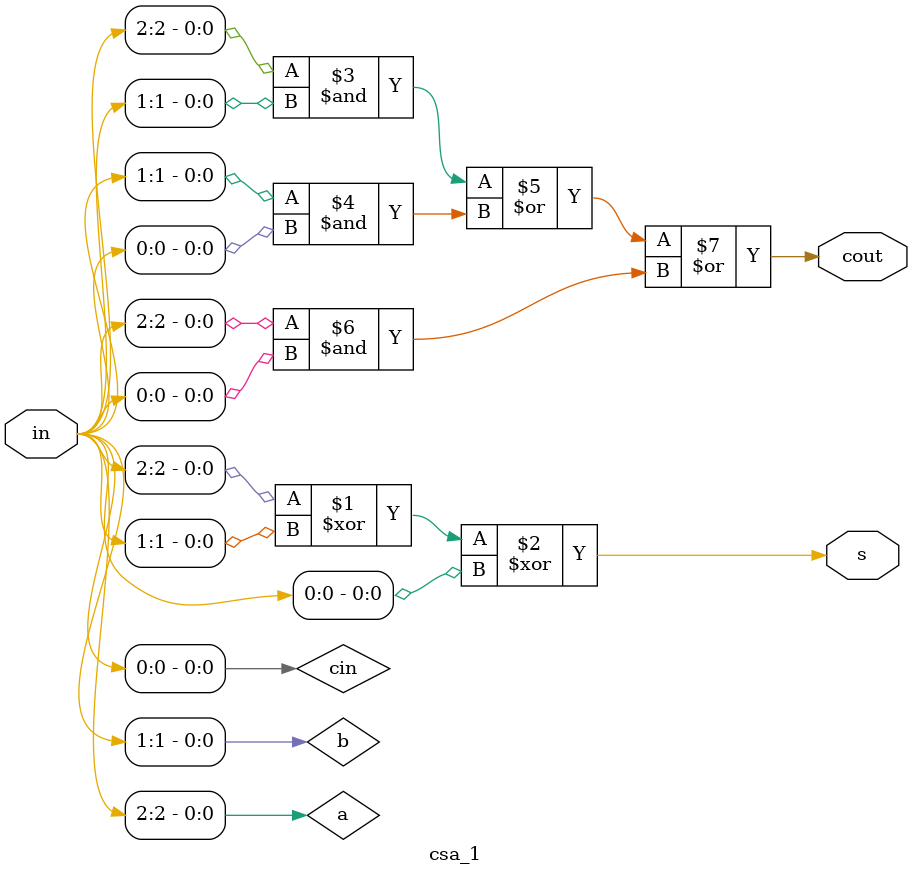
<source format=v>
`include "defines.v"


module csa_1(

  input [2:0] in,
  output cout,s

);
wire a,b,cin;
assign a=in[2];
assign b=in[1];
assign cin=in[0];
assign s = a ^ b ^ cin;
assign cout = a & b | b & cin | a & cin;
endmodule
</source>
